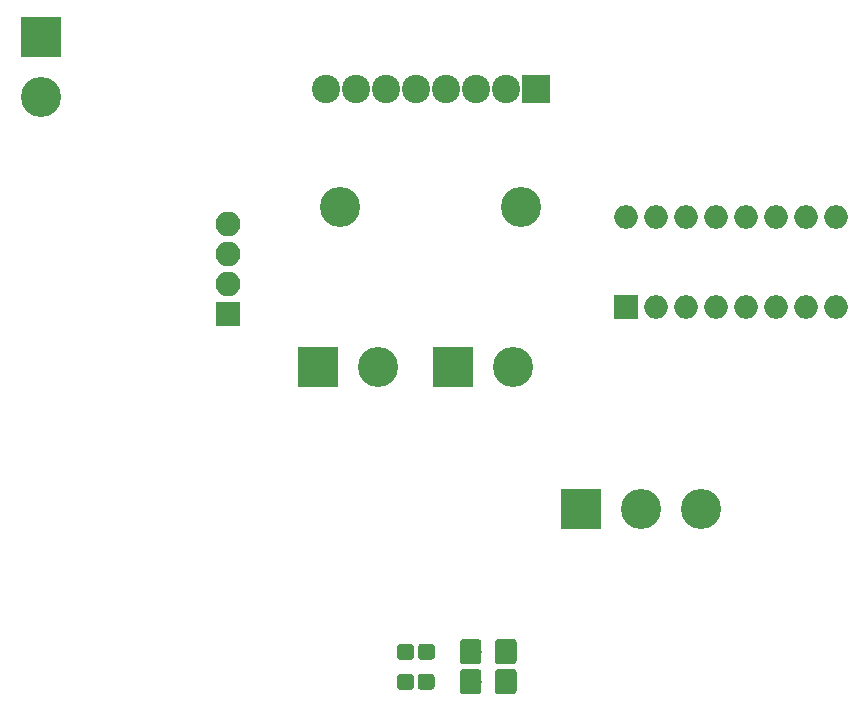
<source format=gbr>
G04 #@! TF.GenerationSoftware,KiCad,Pcbnew,(5.0.0)*
G04 #@! TF.CreationDate,2018-08-26T23:56:51+09:00*
G04 #@! TF.ProjectId,imu,696D752E6B696361645F706362000000,rev?*
G04 #@! TF.SameCoordinates,Original*
G04 #@! TF.FileFunction,Soldermask,Top*
G04 #@! TF.FilePolarity,Negative*
%FSLAX46Y46*%
G04 Gerber Fmt 4.6, Leading zero omitted, Abs format (unit mm)*
G04 Created by KiCad (PCBNEW (5.0.0)) date 08/26/18 23:56:51*
%MOMM*%
%LPD*%
G01*
G04 APERTURE LIST*
%ADD10R,2.400000X2.400000*%
%ADD11C,2.400000*%
%ADD12C,3.400000*%
%ADD13R,2.000000X2.000000*%
%ADD14O,2.000000X2.000000*%
%ADD15C,0.100000*%
%ADD16C,1.350000*%
%ADD17R,3.400000X3.400000*%
%ADD18R,2.100000X2.100000*%
%ADD19O,2.100000X2.100000*%
%ADD20C,1.825000*%
G04 APERTURE END LIST*
D10*
G04 #@! TO.C,U1*
X10160000Y8890000D03*
D11*
X7620000Y8890000D03*
X5080000Y8890000D03*
X2540000Y8890000D03*
X0Y8890000D03*
X-2540000Y8890000D03*
X-5080000Y8890000D03*
X-7620000Y8890000D03*
D12*
X8930000Y-1110000D03*
X-6390000Y-1110000D03*
G04 #@! TD*
D13*
G04 #@! TO.C,U2*
X17780000Y-9525000D03*
D14*
X35560000Y-1905000D03*
X20320000Y-9525000D03*
X33020000Y-1905000D03*
X22860000Y-9525000D03*
X30480000Y-1905000D03*
X25400000Y-9525000D03*
X27940000Y-1905000D03*
X27940000Y-9525000D03*
X25400000Y-1905000D03*
X30480000Y-9525000D03*
X22860000Y-1905000D03*
X33020000Y-9525000D03*
X20320000Y-1905000D03*
X35560000Y-9525000D03*
X17780000Y-1905000D03*
G04 #@! TD*
D15*
G04 #@! TO.C,D1*
G36*
X1295581Y-40601625D02*
X1328343Y-40606485D01*
X1360471Y-40614533D01*
X1391656Y-40625691D01*
X1421596Y-40639852D01*
X1450005Y-40656879D01*
X1476608Y-40676609D01*
X1501149Y-40698851D01*
X1523391Y-40723392D01*
X1543121Y-40749995D01*
X1560148Y-40778404D01*
X1574309Y-40808344D01*
X1585467Y-40839529D01*
X1593515Y-40871657D01*
X1598375Y-40904419D01*
X1600000Y-40937500D01*
X1600000Y-41612500D01*
X1598375Y-41645581D01*
X1593515Y-41678343D01*
X1585467Y-41710471D01*
X1574309Y-41741656D01*
X1560148Y-41771596D01*
X1543121Y-41800005D01*
X1523391Y-41826608D01*
X1501149Y-41851149D01*
X1476608Y-41873391D01*
X1450005Y-41893121D01*
X1421596Y-41910148D01*
X1391656Y-41924309D01*
X1360471Y-41935467D01*
X1328343Y-41943515D01*
X1295581Y-41948375D01*
X1262500Y-41950000D01*
X487500Y-41950000D01*
X454419Y-41948375D01*
X421657Y-41943515D01*
X389529Y-41935467D01*
X358344Y-41924309D01*
X328404Y-41910148D01*
X299995Y-41893121D01*
X273392Y-41873391D01*
X248851Y-41851149D01*
X226609Y-41826608D01*
X206879Y-41800005D01*
X189852Y-41771596D01*
X175691Y-41741656D01*
X164533Y-41710471D01*
X156485Y-41678343D01*
X151625Y-41645581D01*
X150000Y-41612500D01*
X150000Y-40937500D01*
X151625Y-40904419D01*
X156485Y-40871657D01*
X164533Y-40839529D01*
X175691Y-40808344D01*
X189852Y-40778404D01*
X206879Y-40749995D01*
X226609Y-40723392D01*
X248851Y-40698851D01*
X273392Y-40676609D01*
X299995Y-40656879D01*
X328404Y-40639852D01*
X358344Y-40625691D01*
X389529Y-40614533D01*
X421657Y-40606485D01*
X454419Y-40601625D01*
X487500Y-40600000D01*
X1262500Y-40600000D01*
X1295581Y-40601625D01*
X1295581Y-40601625D01*
G37*
D16*
X875000Y-41275000D03*
D15*
G36*
X-454419Y-40601625D02*
X-421657Y-40606485D01*
X-389529Y-40614533D01*
X-358344Y-40625691D01*
X-328404Y-40639852D01*
X-299995Y-40656879D01*
X-273392Y-40676609D01*
X-248851Y-40698851D01*
X-226609Y-40723392D01*
X-206879Y-40749995D01*
X-189852Y-40778404D01*
X-175691Y-40808344D01*
X-164533Y-40839529D01*
X-156485Y-40871657D01*
X-151625Y-40904419D01*
X-150000Y-40937500D01*
X-150000Y-41612500D01*
X-151625Y-41645581D01*
X-156485Y-41678343D01*
X-164533Y-41710471D01*
X-175691Y-41741656D01*
X-189852Y-41771596D01*
X-206879Y-41800005D01*
X-226609Y-41826608D01*
X-248851Y-41851149D01*
X-273392Y-41873391D01*
X-299995Y-41893121D01*
X-328404Y-41910148D01*
X-358344Y-41924309D01*
X-389529Y-41935467D01*
X-421657Y-41943515D01*
X-454419Y-41948375D01*
X-487500Y-41950000D01*
X-1262500Y-41950000D01*
X-1295581Y-41948375D01*
X-1328343Y-41943515D01*
X-1360471Y-41935467D01*
X-1391656Y-41924309D01*
X-1421596Y-41910148D01*
X-1450005Y-41893121D01*
X-1476608Y-41873391D01*
X-1501149Y-41851149D01*
X-1523391Y-41826608D01*
X-1543121Y-41800005D01*
X-1560148Y-41771596D01*
X-1574309Y-41741656D01*
X-1585467Y-41710471D01*
X-1593515Y-41678343D01*
X-1598375Y-41645581D01*
X-1600000Y-41612500D01*
X-1600000Y-40937500D01*
X-1598375Y-40904419D01*
X-1593515Y-40871657D01*
X-1585467Y-40839529D01*
X-1574309Y-40808344D01*
X-1560148Y-40778404D01*
X-1543121Y-40749995D01*
X-1523391Y-40723392D01*
X-1501149Y-40698851D01*
X-1476608Y-40676609D01*
X-1450005Y-40656879D01*
X-1421596Y-40639852D01*
X-1391656Y-40625691D01*
X-1360471Y-40614533D01*
X-1328343Y-40606485D01*
X-1295581Y-40601625D01*
X-1262500Y-40600000D01*
X-487500Y-40600000D01*
X-454419Y-40601625D01*
X-454419Y-40601625D01*
G37*
D16*
X-875000Y-41275000D03*
G04 #@! TD*
D15*
G04 #@! TO.C,D2*
G36*
X-440419Y-38061625D02*
X-407657Y-38066485D01*
X-375529Y-38074533D01*
X-344344Y-38085691D01*
X-314404Y-38099852D01*
X-285995Y-38116879D01*
X-259392Y-38136609D01*
X-234851Y-38158851D01*
X-212609Y-38183392D01*
X-192879Y-38209995D01*
X-175852Y-38238404D01*
X-161691Y-38268344D01*
X-150533Y-38299529D01*
X-142485Y-38331657D01*
X-137625Y-38364419D01*
X-136000Y-38397500D01*
X-136000Y-39072500D01*
X-137625Y-39105581D01*
X-142485Y-39138343D01*
X-150533Y-39170471D01*
X-161691Y-39201656D01*
X-175852Y-39231596D01*
X-192879Y-39260005D01*
X-212609Y-39286608D01*
X-234851Y-39311149D01*
X-259392Y-39333391D01*
X-285995Y-39353121D01*
X-314404Y-39370148D01*
X-344344Y-39384309D01*
X-375529Y-39395467D01*
X-407657Y-39403515D01*
X-440419Y-39408375D01*
X-473500Y-39410000D01*
X-1248500Y-39410000D01*
X-1281581Y-39408375D01*
X-1314343Y-39403515D01*
X-1346471Y-39395467D01*
X-1377656Y-39384309D01*
X-1407596Y-39370148D01*
X-1436005Y-39353121D01*
X-1462608Y-39333391D01*
X-1487149Y-39311149D01*
X-1509391Y-39286608D01*
X-1529121Y-39260005D01*
X-1546148Y-39231596D01*
X-1560309Y-39201656D01*
X-1571467Y-39170471D01*
X-1579515Y-39138343D01*
X-1584375Y-39105581D01*
X-1586000Y-39072500D01*
X-1586000Y-38397500D01*
X-1584375Y-38364419D01*
X-1579515Y-38331657D01*
X-1571467Y-38299529D01*
X-1560309Y-38268344D01*
X-1546148Y-38238404D01*
X-1529121Y-38209995D01*
X-1509391Y-38183392D01*
X-1487149Y-38158851D01*
X-1462608Y-38136609D01*
X-1436005Y-38116879D01*
X-1407596Y-38099852D01*
X-1377656Y-38085691D01*
X-1346471Y-38074533D01*
X-1314343Y-38066485D01*
X-1281581Y-38061625D01*
X-1248500Y-38060000D01*
X-473500Y-38060000D01*
X-440419Y-38061625D01*
X-440419Y-38061625D01*
G37*
D16*
X-861000Y-38735000D03*
D15*
G36*
X1309581Y-38061625D02*
X1342343Y-38066485D01*
X1374471Y-38074533D01*
X1405656Y-38085691D01*
X1435596Y-38099852D01*
X1464005Y-38116879D01*
X1490608Y-38136609D01*
X1515149Y-38158851D01*
X1537391Y-38183392D01*
X1557121Y-38209995D01*
X1574148Y-38238404D01*
X1588309Y-38268344D01*
X1599467Y-38299529D01*
X1607515Y-38331657D01*
X1612375Y-38364419D01*
X1614000Y-38397500D01*
X1614000Y-39072500D01*
X1612375Y-39105581D01*
X1607515Y-39138343D01*
X1599467Y-39170471D01*
X1588309Y-39201656D01*
X1574148Y-39231596D01*
X1557121Y-39260005D01*
X1537391Y-39286608D01*
X1515149Y-39311149D01*
X1490608Y-39333391D01*
X1464005Y-39353121D01*
X1435596Y-39370148D01*
X1405656Y-39384309D01*
X1374471Y-39395467D01*
X1342343Y-39403515D01*
X1309581Y-39408375D01*
X1276500Y-39410000D01*
X501500Y-39410000D01*
X468419Y-39408375D01*
X435657Y-39403515D01*
X403529Y-39395467D01*
X372344Y-39384309D01*
X342404Y-39370148D01*
X313995Y-39353121D01*
X287392Y-39333391D01*
X262851Y-39311149D01*
X240609Y-39286608D01*
X220879Y-39260005D01*
X203852Y-39231596D01*
X189691Y-39201656D01*
X178533Y-39170471D01*
X170485Y-39138343D01*
X165625Y-39105581D01*
X164000Y-39072500D01*
X164000Y-38397500D01*
X165625Y-38364419D01*
X170485Y-38331657D01*
X178533Y-38299529D01*
X189691Y-38268344D01*
X203852Y-38238404D01*
X220879Y-38209995D01*
X240609Y-38183392D01*
X262851Y-38158851D01*
X287392Y-38136609D01*
X313995Y-38116879D01*
X342404Y-38099852D01*
X372344Y-38085691D01*
X403529Y-38074533D01*
X435657Y-38066485D01*
X468419Y-38061625D01*
X501500Y-38060000D01*
X1276500Y-38060000D01*
X1309581Y-38061625D01*
X1309581Y-38061625D01*
G37*
D16*
X889000Y-38735000D03*
G04 #@! TD*
D17*
G04 #@! TO.C,J1*
X-31750000Y13335000D03*
D12*
X-31750000Y8255000D03*
G04 #@! TD*
D17*
G04 #@! TO.C,J2*
X13970000Y-26670000D03*
D12*
X19050000Y-26670000D03*
X24130000Y-26670000D03*
G04 #@! TD*
D18*
G04 #@! TO.C,J3*
X-15875000Y-10160000D03*
D19*
X-15875000Y-7620000D03*
X-15875000Y-5080000D03*
X-15875000Y-2540000D03*
G04 #@! TD*
D12*
G04 #@! TO.C,J4*
X-3175000Y-14605000D03*
D17*
X-8255000Y-14605000D03*
G04 #@! TD*
G04 #@! TO.C,J5*
X3175000Y-14605000D03*
D12*
X8255000Y-14605000D03*
G04 #@! TD*
D15*
G04 #@! TO.C,R1*
G36*
X5268707Y-40201542D02*
X5299787Y-40206152D01*
X5330266Y-40213787D01*
X5359850Y-40224372D01*
X5388254Y-40237806D01*
X5415204Y-40253959D01*
X5440442Y-40272677D01*
X5463723Y-40293777D01*
X5484823Y-40317058D01*
X5503541Y-40342296D01*
X5519694Y-40369246D01*
X5533128Y-40397650D01*
X5543713Y-40427234D01*
X5551348Y-40457713D01*
X5555958Y-40488793D01*
X5557500Y-40520176D01*
X5557500Y-42029824D01*
X5555958Y-42061207D01*
X5551348Y-42092287D01*
X5543713Y-42122766D01*
X5533128Y-42152350D01*
X5519694Y-42180754D01*
X5503541Y-42207704D01*
X5484823Y-42232942D01*
X5463723Y-42256223D01*
X5440442Y-42277323D01*
X5415204Y-42296041D01*
X5388254Y-42312194D01*
X5359850Y-42325628D01*
X5330266Y-42336213D01*
X5299787Y-42343848D01*
X5268707Y-42348458D01*
X5237324Y-42350000D01*
X4052676Y-42350000D01*
X4021293Y-42348458D01*
X3990213Y-42343848D01*
X3959734Y-42336213D01*
X3930150Y-42325628D01*
X3901746Y-42312194D01*
X3874796Y-42296041D01*
X3849558Y-42277323D01*
X3826277Y-42256223D01*
X3805177Y-42232942D01*
X3786459Y-42207704D01*
X3770306Y-42180754D01*
X3756872Y-42152350D01*
X3746287Y-42122766D01*
X3738652Y-42092287D01*
X3734042Y-42061207D01*
X3732500Y-42029824D01*
X3732500Y-40520176D01*
X3734042Y-40488793D01*
X3738652Y-40457713D01*
X3746287Y-40427234D01*
X3756872Y-40397650D01*
X3770306Y-40369246D01*
X3786459Y-40342296D01*
X3805177Y-40317058D01*
X3826277Y-40293777D01*
X3849558Y-40272677D01*
X3874796Y-40253959D01*
X3901746Y-40237806D01*
X3930150Y-40224372D01*
X3959734Y-40213787D01*
X3990213Y-40206152D01*
X4021293Y-40201542D01*
X4052676Y-40200000D01*
X5237324Y-40200000D01*
X5268707Y-40201542D01*
X5268707Y-40201542D01*
G37*
D20*
X4645000Y-41275000D03*
D15*
G36*
X8243707Y-40201542D02*
X8274787Y-40206152D01*
X8305266Y-40213787D01*
X8334850Y-40224372D01*
X8363254Y-40237806D01*
X8390204Y-40253959D01*
X8415442Y-40272677D01*
X8438723Y-40293777D01*
X8459823Y-40317058D01*
X8478541Y-40342296D01*
X8494694Y-40369246D01*
X8508128Y-40397650D01*
X8518713Y-40427234D01*
X8526348Y-40457713D01*
X8530958Y-40488793D01*
X8532500Y-40520176D01*
X8532500Y-42029824D01*
X8530958Y-42061207D01*
X8526348Y-42092287D01*
X8518713Y-42122766D01*
X8508128Y-42152350D01*
X8494694Y-42180754D01*
X8478541Y-42207704D01*
X8459823Y-42232942D01*
X8438723Y-42256223D01*
X8415442Y-42277323D01*
X8390204Y-42296041D01*
X8363254Y-42312194D01*
X8334850Y-42325628D01*
X8305266Y-42336213D01*
X8274787Y-42343848D01*
X8243707Y-42348458D01*
X8212324Y-42350000D01*
X7027676Y-42350000D01*
X6996293Y-42348458D01*
X6965213Y-42343848D01*
X6934734Y-42336213D01*
X6905150Y-42325628D01*
X6876746Y-42312194D01*
X6849796Y-42296041D01*
X6824558Y-42277323D01*
X6801277Y-42256223D01*
X6780177Y-42232942D01*
X6761459Y-42207704D01*
X6745306Y-42180754D01*
X6731872Y-42152350D01*
X6721287Y-42122766D01*
X6713652Y-42092287D01*
X6709042Y-42061207D01*
X6707500Y-42029824D01*
X6707500Y-40520176D01*
X6709042Y-40488793D01*
X6713652Y-40457713D01*
X6721287Y-40427234D01*
X6731872Y-40397650D01*
X6745306Y-40369246D01*
X6761459Y-40342296D01*
X6780177Y-40317058D01*
X6801277Y-40293777D01*
X6824558Y-40272677D01*
X6849796Y-40253959D01*
X6876746Y-40237806D01*
X6905150Y-40224372D01*
X6934734Y-40213787D01*
X6965213Y-40206152D01*
X6996293Y-40201542D01*
X7027676Y-40200000D01*
X8212324Y-40200000D01*
X8243707Y-40201542D01*
X8243707Y-40201542D01*
G37*
D20*
X7620000Y-41275000D03*
G04 #@! TD*
D15*
G04 #@! TO.C,R2*
G36*
X8243707Y-37661542D02*
X8274787Y-37666152D01*
X8305266Y-37673787D01*
X8334850Y-37684372D01*
X8363254Y-37697806D01*
X8390204Y-37713959D01*
X8415442Y-37732677D01*
X8438723Y-37753777D01*
X8459823Y-37777058D01*
X8478541Y-37802296D01*
X8494694Y-37829246D01*
X8508128Y-37857650D01*
X8518713Y-37887234D01*
X8526348Y-37917713D01*
X8530958Y-37948793D01*
X8532500Y-37980176D01*
X8532500Y-39489824D01*
X8530958Y-39521207D01*
X8526348Y-39552287D01*
X8518713Y-39582766D01*
X8508128Y-39612350D01*
X8494694Y-39640754D01*
X8478541Y-39667704D01*
X8459823Y-39692942D01*
X8438723Y-39716223D01*
X8415442Y-39737323D01*
X8390204Y-39756041D01*
X8363254Y-39772194D01*
X8334850Y-39785628D01*
X8305266Y-39796213D01*
X8274787Y-39803848D01*
X8243707Y-39808458D01*
X8212324Y-39810000D01*
X7027676Y-39810000D01*
X6996293Y-39808458D01*
X6965213Y-39803848D01*
X6934734Y-39796213D01*
X6905150Y-39785628D01*
X6876746Y-39772194D01*
X6849796Y-39756041D01*
X6824558Y-39737323D01*
X6801277Y-39716223D01*
X6780177Y-39692942D01*
X6761459Y-39667704D01*
X6745306Y-39640754D01*
X6731872Y-39612350D01*
X6721287Y-39582766D01*
X6713652Y-39552287D01*
X6709042Y-39521207D01*
X6707500Y-39489824D01*
X6707500Y-37980176D01*
X6709042Y-37948793D01*
X6713652Y-37917713D01*
X6721287Y-37887234D01*
X6731872Y-37857650D01*
X6745306Y-37829246D01*
X6761459Y-37802296D01*
X6780177Y-37777058D01*
X6801277Y-37753777D01*
X6824558Y-37732677D01*
X6849796Y-37713959D01*
X6876746Y-37697806D01*
X6905150Y-37684372D01*
X6934734Y-37673787D01*
X6965213Y-37666152D01*
X6996293Y-37661542D01*
X7027676Y-37660000D01*
X8212324Y-37660000D01*
X8243707Y-37661542D01*
X8243707Y-37661542D01*
G37*
D20*
X7620000Y-38735000D03*
D15*
G36*
X5268707Y-37661542D02*
X5299787Y-37666152D01*
X5330266Y-37673787D01*
X5359850Y-37684372D01*
X5388254Y-37697806D01*
X5415204Y-37713959D01*
X5440442Y-37732677D01*
X5463723Y-37753777D01*
X5484823Y-37777058D01*
X5503541Y-37802296D01*
X5519694Y-37829246D01*
X5533128Y-37857650D01*
X5543713Y-37887234D01*
X5551348Y-37917713D01*
X5555958Y-37948793D01*
X5557500Y-37980176D01*
X5557500Y-39489824D01*
X5555958Y-39521207D01*
X5551348Y-39552287D01*
X5543713Y-39582766D01*
X5533128Y-39612350D01*
X5519694Y-39640754D01*
X5503541Y-39667704D01*
X5484823Y-39692942D01*
X5463723Y-39716223D01*
X5440442Y-39737323D01*
X5415204Y-39756041D01*
X5388254Y-39772194D01*
X5359850Y-39785628D01*
X5330266Y-39796213D01*
X5299787Y-39803848D01*
X5268707Y-39808458D01*
X5237324Y-39810000D01*
X4052676Y-39810000D01*
X4021293Y-39808458D01*
X3990213Y-39803848D01*
X3959734Y-39796213D01*
X3930150Y-39785628D01*
X3901746Y-39772194D01*
X3874796Y-39756041D01*
X3849558Y-39737323D01*
X3826277Y-39716223D01*
X3805177Y-39692942D01*
X3786459Y-39667704D01*
X3770306Y-39640754D01*
X3756872Y-39612350D01*
X3746287Y-39582766D01*
X3738652Y-39552287D01*
X3734042Y-39521207D01*
X3732500Y-39489824D01*
X3732500Y-37980176D01*
X3734042Y-37948793D01*
X3738652Y-37917713D01*
X3746287Y-37887234D01*
X3756872Y-37857650D01*
X3770306Y-37829246D01*
X3786459Y-37802296D01*
X3805177Y-37777058D01*
X3826277Y-37753777D01*
X3849558Y-37732677D01*
X3874796Y-37713959D01*
X3901746Y-37697806D01*
X3930150Y-37684372D01*
X3959734Y-37673787D01*
X3990213Y-37666152D01*
X4021293Y-37661542D01*
X4052676Y-37660000D01*
X5237324Y-37660000D01*
X5268707Y-37661542D01*
X5268707Y-37661542D01*
G37*
D20*
X4645000Y-38735000D03*
G04 #@! TD*
M02*

</source>
